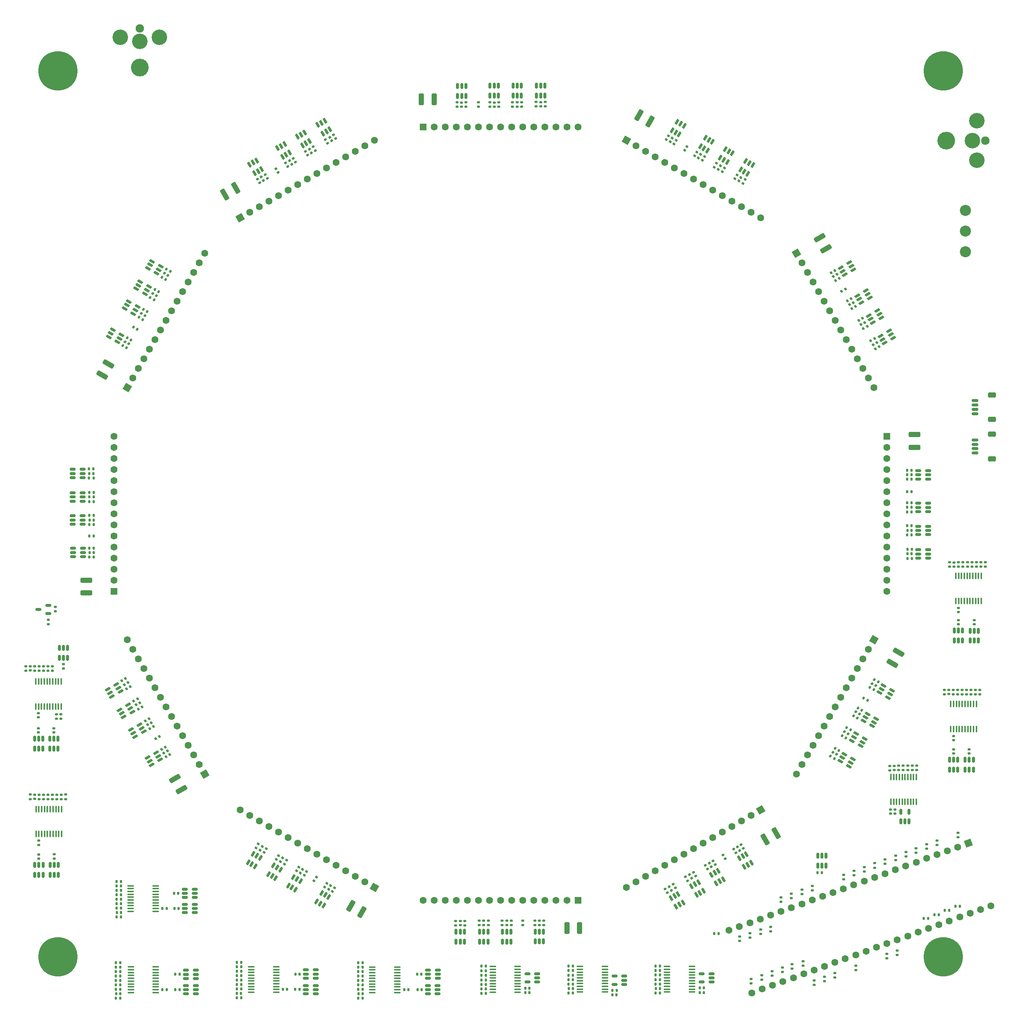
<source format=gts>
%TF.GenerationSoftware,KiCad,Pcbnew,8.0.6-8.0.6-0~ubuntu22.04.1*%
%TF.CreationDate,2024-12-20T08:13:23-08:00*%
%TF.ProjectId,teensy_arena_12-12,7465656e-7379-45f6-9172-656e615f3132,rev?*%
%TF.SameCoordinates,Original*%
%TF.FileFunction,Soldermask,Top*%
%TF.FilePolarity,Negative*%
%FSLAX46Y46*%
G04 Gerber Fmt 4.6, Leading zero omitted, Abs format (unit mm)*
G04 Created by KiCad (PCBNEW 8.0.6-8.0.6-0~ubuntu22.04.1) date 2024-12-20 08:13:23*
%MOMM*%
%LPD*%
G01*
G04 APERTURE LIST*
G04 Aperture macros list*
%AMRoundRect*
0 Rectangle with rounded corners*
0 $1 Rounding radius*
0 $2 $3 $4 $5 $6 $7 $8 $9 X,Y pos of 4 corners*
0 Add a 4 corners polygon primitive as box body*
4,1,4,$2,$3,$4,$5,$6,$7,$8,$9,$2,$3,0*
0 Add four circle primitives for the rounded corners*
1,1,$1+$1,$2,$3*
1,1,$1+$1,$4,$5*
1,1,$1+$1,$6,$7*
1,1,$1+$1,$8,$9*
0 Add four rect primitives between the rounded corners*
20,1,$1+$1,$2,$3,$4,$5,0*
20,1,$1+$1,$4,$5,$6,$7,0*
20,1,$1+$1,$6,$7,$8,$9,0*
20,1,$1+$1,$8,$9,$2,$3,0*%
%AMRotRect*
0 Rectangle, with rotation*
0 The origin of the aperture is its center*
0 $1 length*
0 $2 width*
0 $3 Rotation angle, in degrees counterclockwise*
0 Add horizontal line*
21,1,$1,$2,0,0,$3*%
G04 Aperture macros list end*
%ADD10RoundRect,0.135000X-0.209413X-0.092715X0.024413X-0.227715X0.209413X0.092715X-0.024413X0.227715X0*%
%ADD11RoundRect,0.135000X-0.135000X-0.185000X0.135000X-0.185000X0.135000X0.185000X-0.135000X0.185000X0*%
%ADD12RoundRect,0.135000X-0.185000X0.135000X-0.185000X-0.135000X0.185000X-0.135000X0.185000X0.135000X0*%
%ADD13RoundRect,0.140000X0.170000X-0.140000X0.170000X0.140000X-0.170000X0.140000X-0.170000X-0.140000X0*%
%ADD14RoundRect,0.150000X0.512500X0.150000X-0.512500X0.150000X-0.512500X-0.150000X0.512500X-0.150000X0*%
%ADD15RoundRect,0.150000X-0.512500X-0.150000X0.512500X-0.150000X0.512500X0.150000X-0.512500X0.150000X0*%
%ADD16RoundRect,0.135000X0.209413X0.092715X-0.024413X0.227715X-0.209413X-0.092715X0.024413X-0.227715X0*%
%ADD17RoundRect,0.140000X-0.206244X-0.077224X0.036244X-0.217224X0.206244X0.077224X-0.036244X0.217224X0*%
%ADD18RoundRect,0.135000X0.135000X0.185000X-0.135000X0.185000X-0.135000X-0.185000X0.135000X-0.185000X0*%
%ADD19RoundRect,0.150000X0.150000X-0.512500X0.150000X0.512500X-0.150000X0.512500X-0.150000X-0.512500X0*%
%ADD20RoundRect,0.135000X-0.227715X0.024413X-0.092715X-0.209413X0.227715X-0.024413X0.092715X0.209413X0*%
%ADD21RoundRect,0.150000X0.126346X0.518838X-0.386154X-0.368838X-0.126346X-0.518838X0.386154X0.368838X0*%
%ADD22RoundRect,0.140000X0.140000X0.170000X-0.140000X0.170000X-0.140000X-0.170000X0.140000X-0.170000X0*%
%ADD23RoundRect,0.140000X0.206244X0.077224X-0.036244X0.217224X-0.206244X-0.077224X0.036244X-0.217224X0*%
%ADD24RoundRect,0.135000X0.092715X-0.209413X0.227715X0.024413X-0.092715X0.209413X-0.227715X-0.024413X0*%
%ADD25RoundRect,0.135000X0.185000X-0.135000X0.185000X0.135000X-0.185000X0.135000X-0.185000X-0.135000X0*%
%ADD26RoundRect,0.150000X-0.150000X0.512500X-0.150000X-0.512500X0.150000X-0.512500X0.150000X0.512500X0*%
%ADD27RoundRect,0.250000X-0.831458X-0.790128X-0.268542X-1.115128X0.831458X0.790128X0.268542X1.115128X0*%
%ADD28RoundRect,0.135000X-0.024413X-0.227715X0.209413X-0.092715X0.024413X0.227715X-0.209413X0.092715X0*%
%ADD29C,9.000000*%
%ADD30RoundRect,0.135000X0.024413X0.227715X-0.209413X0.092715X-0.024413X-0.227715X0.209413X-0.092715X0*%
%ADD31RoundRect,0.140000X-0.170000X0.140000X-0.170000X-0.140000X0.170000X-0.140000X0.170000X0.140000X0*%
%ADD32C,3.556000*%
%ADD33C,1.930400*%
%ADD34C,4.064000*%
%ADD35R,1.600000X1.600000*%
%ADD36C,1.600000*%
%ADD37RoundRect,0.140000X-0.140000X-0.170000X0.140000X-0.170000X0.140000X0.170000X-0.140000X0.170000X0*%
%ADD38RoundRect,0.100000X0.637500X0.100000X-0.637500X0.100000X-0.637500X-0.100000X0.637500X-0.100000X0*%
%ADD39RoundRect,0.150000X0.386154X-0.368838X-0.126346X0.518838X-0.386154X0.368838X0.126346X-0.518838X0*%
%ADD40RotRect,1.600000X1.600000X240.000000*%
%ADD41RoundRect,0.140000X-0.036244X-0.217224X0.206244X-0.077224X0.036244X0.217224X-0.206244X0.077224X0*%
%ADD42RoundRect,0.135000X0.227715X-0.024413X0.092715X0.209413X-0.227715X0.024413X-0.092715X-0.209413X0*%
%ADD43RoundRect,0.135000X-0.092715X0.209413X-0.227715X-0.024413X0.092715X-0.209413X0.227715X0.024413X0*%
%ADD44RoundRect,0.250000X-0.325000X-1.100000X0.325000X-1.100000X0.325000X1.100000X-0.325000X1.100000X0*%
%ADD45RoundRect,0.250000X-0.790128X0.831458X-1.115128X0.268542X0.790128X-0.831458X1.115128X-0.268542X0*%
%ADD46RoundRect,0.150000X-0.126346X-0.518838X0.386154X0.368838X0.126346X0.518838X-0.386154X-0.368838X0*%
%ADD47C,2.540000*%
%ADD48RoundRect,0.150000X-0.518838X0.126346X0.368838X-0.386154X0.518838X-0.126346X-0.368838X0.386154X0*%
%ADD49RoundRect,0.150000X-0.386154X0.368838X0.126346X-0.518838X0.386154X-0.368838X-0.126346X0.518838X0*%
%ADD50RoundRect,0.250000X1.115128X0.268542X0.790128X0.831458X-1.115128X-0.268542X-0.790128X-0.831458X0*%
%ADD51RotRect,1.600000X1.600000X150.000000*%
%ADD52RotRect,1.600000X1.600000X210.000000*%
%ADD53RoundRect,0.140000X-0.077224X0.206244X-0.217224X-0.036244X0.077224X-0.206244X0.217224X0.036244X0*%
%ADD54RoundRect,0.140000X0.036244X0.217224X-0.206244X0.077224X-0.036244X-0.217224X0.206244X-0.077224X0*%
%ADD55RoundRect,0.150000X0.625000X-0.150000X0.625000X0.150000X-0.625000X0.150000X-0.625000X-0.150000X0*%
%ADD56RoundRect,0.250000X0.650000X-0.350000X0.650000X0.350000X-0.650000X0.350000X-0.650000X-0.350000X0*%
%ADD57RoundRect,0.140000X-0.217224X0.036244X-0.077224X-0.206244X0.217224X-0.036244X0.077224X0.206244X0*%
%ADD58RoundRect,0.140000X0.217224X-0.036244X0.077224X0.206244X-0.217224X0.036244X-0.077224X-0.206244X0*%
%ADD59RoundRect,0.150000X0.518838X-0.126346X-0.368838X0.386154X-0.518838X0.126346X0.368838X-0.386154X0*%
%ADD60RoundRect,0.140000X0.077224X-0.206244X0.217224X0.036244X-0.077224X0.206244X-0.217224X-0.036244X0*%
%ADD61RoundRect,0.150000X0.368838X0.386154X-0.518838X-0.126346X-0.368838X-0.386154X0.518838X0.126346X0*%
%ADD62RoundRect,0.250000X0.268542X-1.115128X0.831458X-0.790128X-0.268542X1.115128X-0.831458X0.790128X0*%
%ADD63RotRect,1.600000X1.600000X30.000000*%
%ADD64RoundRect,0.150000X-0.368838X-0.386154X0.518838X0.126346X0.368838X0.386154X-0.518838X-0.126346X0*%
%ADD65RoundRect,0.250000X-0.268542X1.115128X-0.831458X0.790128X0.268542X-1.115128X0.831458X-0.790128X0*%
%ADD66RoundRect,0.100000X0.100000X-0.637500X0.100000X0.637500X-0.100000X0.637500X-0.100000X-0.637500X0*%
%ADD67RoundRect,0.250000X-1.100000X0.325000X-1.100000X-0.325000X1.100000X-0.325000X1.100000X0.325000X0*%
%ADD68RoundRect,0.250000X-1.115128X-0.268542X-0.790128X-0.831458X1.115128X0.268542X0.790128X0.831458X0*%
%ADD69RotRect,1.600000X1.600000X200.000000*%
%ADD70RotRect,1.600000X1.600000X60.000000*%
%ADD71RotRect,1.600000X1.600000X120.000000*%
%ADD72RoundRect,0.250000X0.790128X-0.831458X1.115128X-0.268542X-0.790128X0.831458X-1.115128X0.268542X0*%
%ADD73RotRect,1.600000X1.600000X300.000000*%
%ADD74RoundRect,0.250000X0.325000X1.100000X-0.325000X1.100000X-0.325000X-1.100000X0.325000X-1.100000X0*%
%ADD75RoundRect,0.250000X0.831458X0.790128X0.268542X1.115128X-0.831458X-0.790128X-0.268542X-1.115128X0*%
%ADD76RoundRect,0.250000X1.100000X-0.325000X1.100000X0.325000X-1.100000X0.325000X-1.100000X-0.325000X0*%
%ADD77RotRect,1.600000X1.600000X330.000000*%
G04 APERTURE END LIST*
D10*
%TO.C,R215*%
X263608427Y-215879500D03*
X264491773Y-216389500D03*
%TD*%
D11*
%TO.C,R62*%
X173408400Y-281575000D03*
X174428400Y-281575000D03*
%TD*%
D12*
%TO.C,R48*%
X271272000Y-235608400D03*
X271272000Y-236628400D03*
%TD*%
D13*
%TO.C,C30*%
X282935600Y-203155000D03*
X282935600Y-202195000D03*
%TD*%
D14*
%TO.C,U36*%
X275920200Y-169849800D03*
X275920200Y-168899800D03*
X275920200Y-167949800D03*
X273645200Y-167949800D03*
X273645200Y-168899800D03*
X273645200Y-169849800D03*
%TD*%
D12*
%TO.C,R75*%
X284748800Y-218182900D03*
X284748800Y-219202900D03*
%TD*%
D15*
%TO.C,U60*%
X79679800Y-185750200D03*
X79679800Y-186700200D03*
X79679800Y-187650200D03*
X81954800Y-187650200D03*
X81954800Y-186700200D03*
X81954800Y-185750200D03*
%TD*%
D12*
%TO.C,R201*%
X180263800Y-271145000D03*
X180263800Y-272165000D03*
%TD*%
D16*
%TO.C,R173*%
X100993573Y-124041000D03*
X100110227Y-123531000D03*
%TD*%
D14*
%TO.C,Q1*%
X74026000Y-200717000D03*
X74026000Y-198817000D03*
X71751000Y-199767000D03*
%TD*%
D17*
%TO.C,C67*%
X91657808Y-138360400D03*
X92489192Y-138840400D03*
%TD*%
D18*
%TO.C,R177*%
X84455000Y-180263800D03*
X83435000Y-180263800D03*
%TD*%
D10*
%TO.C,R222*%
X253561627Y-233419400D03*
X254444973Y-233929400D03*
%TD*%
D17*
%TO.C,C69*%
X98017208Y-127308600D03*
X98848592Y-127788600D03*
%TD*%
D19*
%TO.C,U33*%
X70860800Y-231672100D03*
X71810800Y-231672100D03*
X72760800Y-231672100D03*
X72760800Y-229397100D03*
X71810800Y-229397100D03*
X70860800Y-229397100D03*
%TD*%
D20*
%TO.C,R214*%
X215601800Y-263848627D03*
X216111800Y-264731973D03*
%TD*%
D21*
%TO.C,U45*%
X226472474Y-92521696D03*
X225649750Y-92046696D03*
X224827026Y-91571696D03*
X223689526Y-93541904D03*
X224512250Y-94016904D03*
X225334974Y-94491904D03*
%TD*%
D19*
%TO.C,U20*%
X285577200Y-206908400D03*
X286527200Y-206908400D03*
X287477200Y-206908400D03*
X287477200Y-204633400D03*
X286527200Y-204633400D03*
X285577200Y-204633400D03*
%TD*%
D22*
%TO.C,C48*%
X272114200Y-176352200D03*
X271154200Y-176352200D03*
%TD*%
D14*
%TO.C,U28*%
X135432800Y-284327600D03*
X135432800Y-283377600D03*
X135432800Y-282427600D03*
X133157800Y-282427600D03*
X133157800Y-283377600D03*
X133157800Y-284327600D03*
%TD*%
D23*
%TO.C,C91*%
X263942192Y-217239600D03*
X263110808Y-216759600D03*
%TD*%
D24*
%TO.C,R147*%
X226882900Y-98323173D03*
X227392900Y-97439827D03*
%TD*%
D25*
%TO.C,R10*%
X275615400Y-254660400D03*
X275615400Y-253640400D03*
%TD*%
D13*
%TO.C,C5*%
X268173200Y-236625800D03*
X268173200Y-235665800D03*
%TD*%
D20*
%TO.C,R212*%
X220261800Y-261099527D03*
X220771800Y-261982873D03*
%TD*%
D12*
%TO.C,R203*%
X175031400Y-271170400D03*
X175031400Y-272190400D03*
%TD*%
D26*
%TO.C,U2*%
X252547200Y-256260400D03*
X251597200Y-256260400D03*
X250647200Y-256260400D03*
X250647200Y-258535400D03*
X251597200Y-258535400D03*
X252547200Y-258535400D03*
%TD*%
D27*
%TO.C,C97*%
X209581313Y-86383100D03*
X212136087Y-87858100D03*
%TD*%
D16*
%TO.C,R168*%
X93007573Y-137960800D03*
X92124227Y-137450800D03*
%TD*%
D28*
%TO.C,R139*%
X260045427Y-133512500D03*
X260928773Y-133002500D03*
%TD*%
D11*
%TO.C,R91*%
X145170600Y-283819600D03*
X146190600Y-283819600D03*
%TD*%
D12*
%TO.C,R86*%
X78003400Y-242222000D03*
X78003400Y-243242000D03*
%TD*%
D29*
%TO.C,H1*%
X76200000Y-76200000D03*
%TD*%
D28*
%TO.C,R135*%
X253682027Y-122527500D03*
X254565373Y-122017500D03*
%TD*%
D30*
%TO.C,R189*%
X92840173Y-217436800D03*
X91956827Y-217946800D03*
%TD*%
D10*
%TO.C,R234*%
X261153727Y-220058400D03*
X262037073Y-220568400D03*
%TD*%
D31*
%TO.C,C61*%
X181635400Y-83460400D03*
X181635400Y-84420400D03*
%TD*%
D18*
%TO.C,R181*%
X84404200Y-169646600D03*
X83384200Y-169646600D03*
%TD*%
D32*
%TO.C,J4*%
X90504200Y-68506600D03*
D33*
X95000000Y-66500000D03*
D32*
X99495800Y-68506600D03*
D34*
X95000000Y-75491600D03*
D32*
X95000000Y-69497200D03*
%TD*%
D35*
%TO.C,P10*%
X195580000Y-266474000D03*
D36*
X193040000Y-266474000D03*
X190500000Y-266474000D03*
X187960000Y-266474000D03*
X185420000Y-266474000D03*
X182880000Y-266474000D03*
X180340000Y-266474000D03*
X177800000Y-266474000D03*
X175260000Y-266474000D03*
X172720000Y-266474000D03*
X170180000Y-266474000D03*
X167640000Y-266474000D03*
X165100000Y-266474000D03*
X162560000Y-266474000D03*
X160020000Y-266474000D03*
%TD*%
D37*
%TO.C,C26*%
X223514000Y-286588200D03*
X224474000Y-286588200D03*
%TD*%
D26*
%TO.C,U48*%
X169849800Y-79679800D03*
X168899800Y-79679800D03*
X167949800Y-79679800D03*
X167949800Y-81954800D03*
X168899800Y-81954800D03*
X169849800Y-81954800D03*
%TD*%
D38*
%TO.C,U13*%
X98677200Y-269005600D03*
X98677200Y-268355600D03*
X98677200Y-267705600D03*
X98677200Y-267055600D03*
X98677200Y-266405600D03*
X98677200Y-265755600D03*
X98677200Y-265105600D03*
X98677200Y-264455600D03*
X98677200Y-263805600D03*
X98677200Y-263155600D03*
X92952200Y-263155600D03*
X92952200Y-263805600D03*
X92952200Y-264455600D03*
X92952200Y-265105600D03*
X92952200Y-265755600D03*
X92952200Y-266405600D03*
X92952200Y-267055600D03*
X92952200Y-267705600D03*
X92952200Y-268355600D03*
X92952200Y-269005600D03*
%TD*%
D14*
%TO.C,U38*%
X275989400Y-182575200D03*
X275989400Y-181625200D03*
X275989400Y-180675200D03*
X273714400Y-180675200D03*
X273714400Y-181625200D03*
X273714400Y-182575200D03*
%TD*%
D39*
%TO.C,U79*%
X218078226Y-267924704D03*
X218900950Y-267449704D03*
X219723674Y-266974704D03*
X218586174Y-265004496D03*
X217763450Y-265479496D03*
X216940726Y-265954496D03*
%TD*%
D28*
%TO.C,R141*%
X262759827Y-138163200D03*
X263643173Y-137653200D03*
%TD*%
D22*
%TO.C,C19*%
X118268200Y-287812400D03*
X117308200Y-287812400D03*
%TD*%
D40*
%TO.C,P12*%
X263484000Y-206739068D03*
D36*
X262214000Y-208938773D03*
X260944000Y-211138477D03*
X259674000Y-213338182D03*
X258404000Y-215537886D03*
X257134000Y-217737591D03*
X255864000Y-219937295D03*
X254594000Y-222137000D03*
X253324000Y-224336705D03*
X252054000Y-226536409D03*
X250784000Y-228736114D03*
X249514000Y-230935818D03*
X248244000Y-233135523D03*
X246974000Y-235335227D03*
X245704000Y-237534932D03*
%TD*%
D25*
%TO.C,R151*%
X167873600Y-84448000D03*
X167873600Y-83428000D03*
%TD*%
D22*
%TO.C,C39*%
X131679400Y-283392800D03*
X130719400Y-283392800D03*
%TD*%
D25*
%TO.C,R9*%
X278003000Y-253796800D03*
X278003000Y-252776800D03*
%TD*%
%TO.C,R226*%
X172720000Y-84484400D03*
X172720000Y-83464400D03*
%TD*%
D12*
%TO.C,R74*%
X283732800Y-218184900D03*
X283732800Y-219204900D03*
%TD*%
D15*
%TO.C,U62*%
X79610600Y-173024800D03*
X79610600Y-173974800D03*
X79610600Y-174924800D03*
X81885600Y-174924800D03*
X81885600Y-173974800D03*
X81885600Y-173024800D03*
%TD*%
D35*
%TO.C,P7*%
X89126000Y-195580000D03*
D36*
X89126000Y-193040000D03*
X89126000Y-190500000D03*
X89126000Y-187960000D03*
X89126000Y-185420000D03*
X89126000Y-182880000D03*
X89126000Y-180340000D03*
X89126000Y-177800000D03*
X89126000Y-175260000D03*
X89126000Y-172720000D03*
X89126000Y-170180000D03*
X89126000Y-167640000D03*
X89126000Y-165100000D03*
X89126000Y-162560000D03*
X89126000Y-160020000D03*
%TD*%
D12*
%TO.C,R68*%
X288066400Y-188931000D03*
X288066400Y-189951000D03*
%TD*%
D22*
%TO.C,C40*%
X104149200Y-286985400D03*
X103189200Y-286985400D03*
%TD*%
D11*
%TO.C,R44*%
X213404800Y-281533600D03*
X214424800Y-281533600D03*
%TD*%
D41*
%TO.C,C76*%
X96845408Y-226210900D03*
X97676792Y-225730900D03*
%TD*%
D37*
%TO.C,C73*%
X83460400Y-173964600D03*
X84420400Y-173964600D03*
%TD*%
D12*
%TO.C,R206*%
X167513000Y-271221200D03*
X167513000Y-272241200D03*
%TD*%
D42*
%TO.C,R163*%
X133512500Y-95554573D03*
X133002500Y-94671227D03*
%TD*%
D43*
%TO.C,R231*%
X135541600Y-261153727D03*
X135031600Y-262037073D03*
%TD*%
D25*
%TO.C,R8*%
X282778200Y-252044200D03*
X282778200Y-251024200D03*
%TD*%
D12*
%TO.C,R82*%
X73939400Y-242226000D03*
X73939400Y-243246000D03*
%TD*%
D43*
%TO.C,R194*%
X131479500Y-258842327D03*
X130969500Y-259725673D03*
%TD*%
D12*
%TO.C,R124*%
X74980800Y-212776400D03*
X74980800Y-213796400D03*
%TD*%
D37*
%TO.C,C2*%
X223539400Y-287629600D03*
X224499400Y-287629600D03*
%TD*%
D12*
%TO.C,R70*%
X289082400Y-188931000D03*
X289082400Y-189951000D03*
%TD*%
D44*
%TO.C,C98*%
X159615000Y-82740000D03*
X162565000Y-82740000D03*
%TD*%
D14*
%TO.C,U37*%
X275989400Y-177312400D03*
X275989400Y-176362400D03*
X275989400Y-175412400D03*
X273714400Y-175412400D03*
X273714400Y-176362400D03*
X273714400Y-177312400D03*
%TD*%
D15*
%TO.C,U63*%
X79610600Y-167619600D03*
X79610600Y-168569600D03*
X79610600Y-169519600D03*
X81885600Y-169519600D03*
X81885600Y-168569600D03*
X81885600Y-167619600D03*
%TD*%
D20*
%TO.C,R233*%
X228857200Y-256073727D03*
X229367200Y-256957073D03*
%TD*%
D45*
%TO.C,C106*%
X269216900Y-209581313D03*
X267741900Y-212136087D03*
%TD*%
D11*
%TO.C,R42*%
X213408800Y-283616400D03*
X214428800Y-283616400D03*
%TD*%
D26*
%TO.C,U49*%
X177312400Y-79610600D03*
X176362400Y-79610600D03*
X175412400Y-79610600D03*
X175412400Y-81885600D03*
X176362400Y-81885600D03*
X177312400Y-81885600D03*
%TD*%
D14*
%TO.C,U26*%
X163390600Y-287929400D03*
X163390600Y-286979400D03*
X163390600Y-286029400D03*
X161115600Y-286029400D03*
X161115600Y-286979400D03*
X161115600Y-287929400D03*
%TD*%
D25*
%TO.C,R152*%
X169905600Y-84448000D03*
X169905600Y-83428000D03*
%TD*%
D23*
%TO.C,C93*%
X257582792Y-228291400D03*
X256751408Y-227811400D03*
%TD*%
D46*
%TO.C,U70*%
X124569826Y-260446904D03*
X125392550Y-260921904D03*
X126215274Y-261396904D03*
X127352774Y-259426696D03*
X126530050Y-258951696D03*
X125707326Y-258476696D03*
%TD*%
D30*
%TO.C,R184*%
X100901973Y-231312700D03*
X100018627Y-231822700D03*
%TD*%
D12*
%TO.C,R50*%
X273354800Y-235608400D03*
X273354800Y-236628400D03*
%TD*%
D47*
%TO.C,SW1*%
X284480000Y-117752500D03*
X284480000Y-113002700D03*
X284480000Y-108252900D03*
%TD*%
D39*
%TO.C,U76*%
X233745126Y-258799504D03*
X234567850Y-258324504D03*
X235390574Y-257849504D03*
X234253074Y-255879296D03*
X233430350Y-256354296D03*
X232607626Y-256829296D03*
%TD*%
D48*
%TO.C,U56*%
X88850296Y-135624926D03*
X88375296Y-136447650D03*
X87900296Y-137270374D03*
X89870504Y-138407874D03*
X90345504Y-137585150D03*
X90820504Y-136762426D03*
%TD*%
D11*
%TO.C,R133*%
X271195800Y-185953400D03*
X272215800Y-185953400D03*
%TD*%
D49*
%TO.C,U53*%
X128282974Y-93009296D03*
X127460250Y-93484296D03*
X126637526Y-93959296D03*
X127775026Y-95929504D03*
X128597750Y-95454504D03*
X129420474Y-94979504D03*
%TD*%
D16*
%TO.C,R171*%
X98323173Y-128717100D03*
X97439827Y-128207100D03*
%TD*%
D11*
%TO.C,R107*%
X89527400Y-283852000D03*
X90547400Y-283852000D03*
%TD*%
D10*
%TO.C,R216*%
X262592427Y-217639200D03*
X263475773Y-218149200D03*
%TD*%
D11*
%TO.C,R127*%
X271152000Y-167873600D03*
X272172000Y-167873600D03*
%TD*%
D42*
%TO.C,R161*%
X128993800Y-98192773D03*
X128483800Y-97309427D03*
%TD*%
D28*
%TO.C,R136*%
X254698027Y-124287300D03*
X255581373Y-123777300D03*
%TD*%
D38*
%TO.C,U6*%
X181751700Y-287528000D03*
X181751700Y-286878000D03*
X181751700Y-286228000D03*
X181751700Y-285578000D03*
X181751700Y-284928000D03*
X181751700Y-284278000D03*
X181751700Y-283628000D03*
X181751700Y-282978000D03*
X181751700Y-282328000D03*
X181751700Y-281678000D03*
X176026700Y-281678000D03*
X176026700Y-282328000D03*
X176026700Y-282978000D03*
X176026700Y-283628000D03*
X176026700Y-284278000D03*
X176026700Y-284928000D03*
X176026700Y-285578000D03*
X176026700Y-286228000D03*
X176026700Y-286878000D03*
X176026700Y-287528000D03*
%TD*%
D12*
%TO.C,R80*%
X71907400Y-242226000D03*
X71907400Y-243246000D03*
%TD*%
D43*
%TO.C,R193*%
X133261200Y-259871027D03*
X132751200Y-260754373D03*
%TD*%
D31*
%TO.C,C60*%
X176352200Y-83485800D03*
X176352200Y-84445800D03*
%TD*%
D18*
%TO.C,R179*%
X84429600Y-175031400D03*
X83409600Y-175031400D03*
%TD*%
D11*
%TO.C,R43*%
X213406800Y-282575000D03*
X214426800Y-282575000D03*
%TD*%
D38*
%TO.C,U10*%
X154100000Y-287629600D03*
X154100000Y-286979600D03*
X154100000Y-286329600D03*
X154100000Y-285679600D03*
X154100000Y-285029600D03*
X154100000Y-284379600D03*
X154100000Y-283729600D03*
X154100000Y-283079600D03*
X154100000Y-282429600D03*
X154100000Y-281779600D03*
X148375000Y-281779600D03*
X148375000Y-282429600D03*
X148375000Y-283079600D03*
X148375000Y-283729600D03*
X148375000Y-284379600D03*
X148375000Y-285029600D03*
X148375000Y-285679600D03*
X148375000Y-286329600D03*
X148375000Y-286979600D03*
X148375000Y-287629600D03*
%TD*%
D24*
%TO.C,R144*%
X217639200Y-93007573D03*
X218149200Y-92124227D03*
%TD*%
D22*
%TO.C,C50*%
X272190400Y-187020200D03*
X271230400Y-187020200D03*
%TD*%
D42*
%TO.C,R160*%
X124287300Y-100901973D03*
X123777300Y-100018627D03*
%TD*%
D30*
%TO.C,R230*%
X99526273Y-228857200D03*
X98642927Y-229367200D03*
%TD*%
D43*
%TO.C,R191*%
X139720500Y-263608427D03*
X139210500Y-264491773D03*
%TD*%
D13*
%TO.C,C25*%
X69850000Y-213764400D03*
X69850000Y-212804400D03*
%TD*%
D20*
%TO.C,R211*%
X222087500Y-260045427D03*
X222597500Y-260928773D03*
%TD*%
D11*
%TO.C,R90*%
X145172600Y-284835600D03*
X146192600Y-284835600D03*
%TD*%
D13*
%TO.C,C15*%
X70891400Y-243236800D03*
X70891400Y-242276800D03*
%TD*%
D50*
%TO.C,C102*%
X104568100Y-241078687D03*
X103093100Y-238523913D03*
%TD*%
D51*
%TO.C,P9*%
X148860932Y-263484000D03*
D36*
X146661227Y-262214000D03*
X144461523Y-260944000D03*
X142261818Y-259674000D03*
X140062114Y-258404000D03*
X137862409Y-257134000D03*
X135662705Y-255864000D03*
X133463000Y-254594000D03*
X131263295Y-253324000D03*
X129063591Y-252054000D03*
X126863886Y-250784000D03*
X124664182Y-249514000D03*
X122464477Y-248244000D03*
X120264773Y-246974000D03*
X118065068Y-245704000D03*
%TD*%
D24*
%TO.C,R143*%
X215879500Y-91991573D03*
X216389500Y-91108227D03*
%TD*%
D11*
%TO.C,R92*%
X145170600Y-282803600D03*
X146190600Y-282803600D03*
%TD*%
D25*
%TO.C,R36*%
X242544600Y-282934600D03*
X242544600Y-281914600D03*
%TD*%
D31*
%TO.C,C46*%
X77500400Y-212326400D03*
X77500400Y-213286400D03*
%TD*%
D12*
%TO.C,R200*%
X185694400Y-271152000D03*
X185694400Y-272172000D03*
%TD*%
D11*
%TO.C,R56*%
X193437400Y-281567400D03*
X194457400Y-281567400D03*
%TD*%
D52*
%TO.C,P11*%
X237534932Y-245704000D03*
D36*
X235335227Y-246974000D03*
X233135523Y-248244000D03*
X230935818Y-249514000D03*
X228736114Y-250784000D03*
X226536409Y-252054000D03*
X224336705Y-253324000D03*
X222137000Y-254594000D03*
X219937295Y-255864000D03*
X217737591Y-257134000D03*
X215537886Y-258404000D03*
X213338182Y-259674000D03*
X211138477Y-260944000D03*
X208938773Y-262214000D03*
X206739068Y-263484000D03*
%TD*%
D53*
%TO.C,C57*%
X228291400Y-98017208D03*
X227811400Y-98848592D03*
%TD*%
D13*
%TO.C,C84*%
X179247800Y-272114200D03*
X179247800Y-271154200D03*
%TD*%
D12*
%TO.C,R123*%
X73964800Y-212776400D03*
X73964800Y-213796400D03*
%TD*%
%TO.C,R29*%
X268859000Y-278003000D03*
X268859000Y-279023000D03*
%TD*%
D54*
%TO.C,C54*%
X264154592Y-138589700D03*
X263323208Y-139069700D03*
%TD*%
D43*
%TO.C,R197*%
X124041000Y-254606427D03*
X123531000Y-255489773D03*
%TD*%
D28*
%TO.C,R140*%
X261099527Y-135338200D03*
X261982873Y-134828200D03*
%TD*%
D55*
%TO.C,J3*%
X286701000Y-154879000D03*
X286701000Y-153879000D03*
X286701000Y-152879000D03*
X286701000Y-151879000D03*
D56*
X290576000Y-156179000D03*
X290576000Y-150579000D03*
%TD*%
D11*
%TO.C,R110*%
X89527400Y-280804000D03*
X90547400Y-280804000D03*
%TD*%
%TO.C,R132*%
X271170400Y-182676800D03*
X272190400Y-182676800D03*
%TD*%
D12*
%TO.C,R49*%
X272313400Y-235608400D03*
X272313400Y-236628400D03*
%TD*%
%TO.C,R77*%
X286780800Y-218186900D03*
X286780800Y-219206900D03*
%TD*%
D57*
%TO.C,C64*%
X129389100Y-96845408D03*
X129869100Y-97676792D03*
%TD*%
D23*
%TO.C,C94*%
X254934392Y-232980100D03*
X254103008Y-232500100D03*
%TD*%
D22*
%TO.C,C47*%
X272121200Y-168884600D03*
X271161200Y-168884600D03*
%TD*%
D13*
%TO.C,C34*%
X71856600Y-256903200D03*
X71856600Y-255943200D03*
%TD*%
D24*
%TO.C,R145*%
X222338800Y-95728973D03*
X222848800Y-94845627D03*
%TD*%
D46*
%TO.C,U69*%
X129127526Y-263078304D03*
X129950250Y-263553304D03*
X130772974Y-264028304D03*
X131910474Y-262058096D03*
X131087750Y-261583096D03*
X130265026Y-261108096D03*
%TD*%
D38*
%TO.C,U3*%
X221761400Y-287506000D03*
X221761400Y-286856000D03*
X221761400Y-286206000D03*
X221761400Y-285556000D03*
X221761400Y-284906000D03*
X221761400Y-284256000D03*
X221761400Y-283606000D03*
X221761400Y-282956000D03*
X221761400Y-282306000D03*
X221761400Y-281656000D03*
X216036400Y-281656000D03*
X216036400Y-282306000D03*
X216036400Y-282956000D03*
X216036400Y-283606000D03*
X216036400Y-284256000D03*
X216036400Y-284906000D03*
X216036400Y-285556000D03*
X216036400Y-286206000D03*
X216036400Y-286856000D03*
X216036400Y-287506000D03*
%TD*%
D25*
%TO.C,R155*%
X180568600Y-84429600D03*
X180568600Y-83409600D03*
%TD*%
D10*
%TO.C,R217*%
X259871027Y-222338800D03*
X260754373Y-222848800D03*
%TD*%
D13*
%TO.C,C11*%
X281919600Y-189945800D03*
X281919600Y-188985800D03*
%TD*%
D37*
%TO.C,C18*%
X127851800Y-286898000D03*
X128811800Y-286898000D03*
%TD*%
D20*
%TO.C,R210*%
X224824500Y-258435927D03*
X225334500Y-259319273D03*
%TD*%
D11*
%TO.C,R223*%
X271115600Y-172720000D03*
X272135600Y-172720000D03*
%TD*%
D14*
%TO.C,U29*%
X107899200Y-287934400D03*
X107899200Y-286984400D03*
X107899200Y-286034400D03*
X105624200Y-286034400D03*
X105624200Y-286984400D03*
X105624200Y-287934400D03*
%TD*%
D58*
%TO.C,C89*%
X221648200Y-261418192D03*
X221168200Y-260586808D03*
%TD*%
D11*
%TO.C,R40*%
X213410800Y-285699200D03*
X214430800Y-285699200D03*
%TD*%
D37*
%TO.C,C72*%
X83485800Y-179247800D03*
X84445800Y-179247800D03*
%TD*%
D59*
%TO.C,U80*%
X266749704Y-219975074D03*
X267224704Y-219152350D03*
X267699704Y-218329626D03*
X265729496Y-217192126D03*
X265254496Y-218014850D03*
X264779496Y-218837574D03*
%TD*%
D58*
%TO.C,C88*%
X226210900Y-258754592D03*
X225730900Y-257923208D03*
%TD*%
D37*
%TO.C,C20*%
X100223400Y-286950800D03*
X101183400Y-286950800D03*
%TD*%
D12*
%TO.C,R32*%
X252171200Y-284018800D03*
X252171200Y-285038800D03*
%TD*%
D37*
%TO.C,C29*%
X183494800Y-286604200D03*
X184454800Y-286604200D03*
%TD*%
D12*
%TO.C,R69*%
X280903600Y-188931000D03*
X280903600Y-189951000D03*
%TD*%
D14*
%TO.C,U30*%
X107902600Y-284415000D03*
X107902600Y-283465000D03*
X107902600Y-282515000D03*
X105627600Y-282515000D03*
X105627600Y-283465000D03*
X105627600Y-284415000D03*
%TD*%
D31*
%TO.C,C24*%
X71780400Y-223525200D03*
X71780400Y-224485200D03*
%TD*%
D25*
%TO.C,R15*%
X263677400Y-258990600D03*
X263677400Y-257970600D03*
%TD*%
D12*
%TO.C,R23*%
X232664000Y-274773200D03*
X232664000Y-275793200D03*
%TD*%
D30*
%TO.C,R187*%
X95554573Y-222087500D03*
X94671227Y-222597500D03*
%TD*%
D12*
%TO.C,R4*%
X259334000Y-281428000D03*
X259334000Y-282448000D03*
%TD*%
D11*
%TO.C,R100*%
X117257400Y-282732400D03*
X118277400Y-282732400D03*
%TD*%
D16*
%TO.C,R228*%
X94446273Y-135541600D03*
X93562927Y-135031600D03*
%TD*%
D11*
%TO.C,R108*%
X89527400Y-282836000D03*
X90547400Y-282836000D03*
%TD*%
%TO.C,R95*%
X117253400Y-288828400D03*
X118273400Y-288828400D03*
%TD*%
D12*
%TO.C,R122*%
X72898000Y-212776400D03*
X72898000Y-213796400D03*
%TD*%
D60*
%TO.C,C82*%
X122619900Y-254934392D03*
X123099900Y-254103008D03*
%TD*%
D22*
%TO.C,C21*%
X90538200Y-287916000D03*
X89578200Y-287916000D03*
%TD*%
D28*
%TO.C,R138*%
X258435927Y-130775500D03*
X259319273Y-130265500D03*
%TD*%
D22*
%TO.C,C41*%
X104152600Y-283445600D03*
X103192600Y-283445600D03*
%TD*%
D12*
%TO.C,R84*%
X75971400Y-242226000D03*
X75971400Y-243246000D03*
%TD*%
D57*
%TO.C,C66*%
X138589700Y-91445408D03*
X139069700Y-92276792D03*
%TD*%
D25*
%TO.C,R6*%
X242189000Y-266801600D03*
X242189000Y-265781600D03*
%TD*%
D57*
%TO.C,C63*%
X122918500Y-100573208D03*
X123398500Y-101404592D03*
%TD*%
D18*
%TO.C,R182*%
X84378800Y-167513000D03*
X83358800Y-167513000D03*
%TD*%
D11*
%TO.C,R111*%
X89701000Y-270256000D03*
X90721000Y-270256000D03*
%TD*%
%TO.C,R53*%
X193435400Y-284666200D03*
X194455400Y-284666200D03*
%TD*%
D16*
%TO.C,R169*%
X95728973Y-133261200D03*
X94845627Y-132751200D03*
%TD*%
D42*
%TO.C,R166*%
X139998200Y-91751373D03*
X139488200Y-90868027D03*
%TD*%
D53*
%TO.C,C55*%
X217239600Y-91657808D03*
X216759600Y-92489192D03*
%TD*%
D12*
%TO.C,R63*%
X282935600Y-188933000D03*
X282935600Y-189953000D03*
%TD*%
D28*
%TO.C,R224*%
X256073727Y-126742800D03*
X256957073Y-126232800D03*
%TD*%
D14*
%TO.C,U31*%
X107645200Y-269290800D03*
X107645200Y-268340800D03*
X107645200Y-267390800D03*
X105370200Y-267390800D03*
X105370200Y-268340800D03*
X105370200Y-269290800D03*
%TD*%
D11*
%TO.C,R103*%
X89527400Y-288932000D03*
X90547400Y-288932000D03*
%TD*%
%TO.C,R118*%
X89701000Y-262128000D03*
X90721000Y-262128000D03*
%TD*%
%TO.C,R60*%
X173410400Y-283708600D03*
X174430400Y-283708600D03*
%TD*%
D14*
%TO.C,U25*%
X163398200Y-284388600D03*
X163398200Y-283438600D03*
X163398200Y-282488600D03*
X161123200Y-282488600D03*
X161123200Y-283438600D03*
X161123200Y-284388600D03*
%TD*%
D22*
%TO.C,C37*%
X159716000Y-286994600D03*
X158756000Y-286994600D03*
%TD*%
D11*
%TO.C,R128*%
X271152000Y-169905600D03*
X272172000Y-169905600D03*
%TD*%
D12*
%TO.C,R72*%
X281700800Y-218184900D03*
X281700800Y-219204900D03*
%TD*%
%TO.C,R22*%
X235051600Y-274011200D03*
X235051600Y-275031200D03*
%TD*%
D11*
%TO.C,R97*%
X117257400Y-285780400D03*
X118277400Y-285780400D03*
%TD*%
D17*
%TO.C,C70*%
X100665608Y-122619900D03*
X101496992Y-123099900D03*
%TD*%
D11*
%TO.C,R89*%
X145170600Y-285851600D03*
X146190600Y-285851600D03*
%TD*%
%TO.C,R116*%
X89697000Y-264160000D03*
X90717000Y-264160000D03*
%TD*%
D29*
%TO.C,H3*%
X279400000Y-279400000D03*
%TD*%
D39*
%TO.C,U77*%
X227317026Y-262590704D03*
X228139750Y-262115704D03*
X228962474Y-261640704D03*
X227824974Y-259670496D03*
X227002250Y-260145496D03*
X226179526Y-260620496D03*
%TD*%
D11*
%TO.C,R115*%
X89701000Y-265176000D03*
X90721000Y-265176000D03*
%TD*%
D13*
%TO.C,C83*%
X186715400Y-272121200D03*
X186715400Y-271161200D03*
%TD*%
D25*
%TO.C,R38*%
X235331000Y-285550800D03*
X235331000Y-284530800D03*
%TD*%
D29*
%TO.C,H4*%
X76200000Y-279400000D03*
%TD*%
D13*
%TO.C,C86*%
X168579800Y-272190400D03*
X168579800Y-271230400D03*
%TD*%
D14*
%TO.C,U17*%
X206232000Y-285778800D03*
X206232000Y-284828800D03*
X206232000Y-283878800D03*
X203957000Y-283878800D03*
X203957000Y-285778800D03*
%TD*%
D19*
%TO.C,U16*%
X269697200Y-248399000D03*
X270647200Y-248399000D03*
X271597200Y-248399000D03*
X271597200Y-246124000D03*
X269697200Y-246124000D03*
%TD*%
D22*
%TO.C,C1*%
X251559000Y-260110200D03*
X250599000Y-260110200D03*
%TD*%
D61*
%TO.C,U41*%
X262590704Y-128282974D03*
X262115704Y-127460250D03*
X261640704Y-126637526D03*
X259670496Y-127775026D03*
X260145496Y-128597750D03*
X260620496Y-129420474D03*
%TD*%
D25*
%TO.C,R18*%
X249351800Y-264185400D03*
X249351800Y-263165400D03*
%TD*%
D11*
%TO.C,R88*%
X145170600Y-286867600D03*
X146190600Y-286867600D03*
%TD*%
D14*
%TO.C,U32*%
X107645200Y-265806000D03*
X107645200Y-264856000D03*
X107645200Y-263906000D03*
X105370200Y-263906000D03*
X105370200Y-264856000D03*
X105370200Y-265806000D03*
%TD*%
D25*
%TO.C,R12*%
X270840200Y-256413000D03*
X270840200Y-255393000D03*
%TD*%
D21*
%TO.C,U46*%
X231030174Y-95153096D03*
X230207450Y-94678096D03*
X229384726Y-94203096D03*
X228247226Y-96173304D03*
X229069950Y-96648304D03*
X229892674Y-97123304D03*
%TD*%
D48*
%TO.C,U58*%
X95153096Y-124569826D03*
X94678096Y-125392550D03*
X94203096Y-126215274D03*
X96173304Y-127352774D03*
X96648304Y-126530050D03*
X97123304Y-125707326D03*
%TD*%
D32*
%TO.C,J1*%
X287096200Y-87706200D03*
D33*
X289102800Y-92202000D03*
D32*
X287096200Y-96697800D03*
D34*
X280111200Y-92202000D03*
D32*
X286105600Y-92202000D03*
%TD*%
D18*
%TO.C,R25*%
X283214000Y-267843000D03*
X282194000Y-267843000D03*
%TD*%
D22*
%TO.C,C36*%
X159644800Y-283423400D03*
X158684800Y-283423400D03*
%TD*%
D43*
%TO.C,R196*%
X126891400Y-256222727D03*
X126381400Y-257106073D03*
%TD*%
D12*
%TO.C,R73*%
X282716800Y-218184900D03*
X282716800Y-219204900D03*
%TD*%
D13*
%TO.C,C13*%
X280684800Y-219174900D03*
X280684800Y-218214900D03*
%TD*%
D11*
%TO.C,R58*%
X173404400Y-285791400D03*
X174424400Y-285791400D03*
%TD*%
D22*
%TO.C,C49*%
X272139600Y-181635400D03*
X271179600Y-181635400D03*
%TD*%
D26*
%TO.C,U35*%
X78435200Y-208562000D03*
X77485200Y-208562000D03*
X76535200Y-208562000D03*
X76535200Y-210837000D03*
X77485200Y-210837000D03*
X78435200Y-210837000D03*
%TD*%
D11*
%TO.C,R87*%
X145170600Y-288899600D03*
X146190600Y-288899600D03*
%TD*%
D25*
%TO.C,R126*%
X76911200Y-224818000D03*
X76911200Y-223798000D03*
%TD*%
D24*
%TO.C,R146*%
X224120500Y-96757673D03*
X224630500Y-95874327D03*
%TD*%
D20*
%TO.C,R209*%
X226606200Y-257407227D03*
X227116200Y-258290573D03*
%TD*%
D12*
%TO.C,R71*%
X279668800Y-218184900D03*
X279668800Y-219204900D03*
%TD*%
D15*
%TO.C,U61*%
X79610600Y-178287600D03*
X79610600Y-179237600D03*
X79610600Y-180187600D03*
X81885600Y-180187600D03*
X81885600Y-179237600D03*
X81885600Y-178287600D03*
%TD*%
D62*
%TO.C,C99*%
X114521313Y-104568100D03*
X117076087Y-103093100D03*
%TD*%
D37*
%TO.C,C28*%
X203505000Y-287104600D03*
X204465000Y-287104600D03*
%TD*%
D11*
%TO.C,R104*%
X89527400Y-286900000D03*
X90547400Y-286900000D03*
%TD*%
D63*
%TO.C,P5*%
X118065068Y-109896000D03*
D36*
X120264773Y-108626000D03*
X122464477Y-107356000D03*
X124664182Y-106086000D03*
X126863886Y-104816000D03*
X129063591Y-103546000D03*
X131263295Y-102276000D03*
X133463000Y-101006000D03*
X135662705Y-99736000D03*
X137862409Y-98466000D03*
X140062114Y-97196000D03*
X142261818Y-95926000D03*
X144461523Y-94656000D03*
X146661227Y-93386000D03*
X148860932Y-92116000D03*
%TD*%
D64*
%TO.C,U65*%
X93009296Y-227317026D03*
X93484296Y-228139750D03*
X93959296Y-228962474D03*
X95929504Y-227824974D03*
X95454504Y-227002250D03*
X94979504Y-226179526D03*
%TD*%
D25*
%TO.C,R3*%
X237769400Y-284687200D03*
X237769400Y-283667200D03*
%TD*%
D65*
%TO.C,C105*%
X241078687Y-251031900D03*
X238523913Y-252506900D03*
%TD*%
D37*
%TO.C,C16*%
X155695400Y-286969200D03*
X156655400Y-286969200D03*
%TD*%
D54*
%TO.C,C51*%
X255026792Y-122918400D03*
X254195408Y-123398400D03*
%TD*%
D12*
%TO.C,R45*%
X267131800Y-235633800D03*
X267131800Y-236653800D03*
%TD*%
D19*
%TO.C,U74*%
X173024800Y-275989400D03*
X173974800Y-275989400D03*
X174924800Y-275989400D03*
X174924800Y-273714400D03*
X173974800Y-273714400D03*
X173024800Y-273714400D03*
%TD*%
D37*
%TO.C,C22*%
X100221800Y-268325600D03*
X101181800Y-268325600D03*
%TD*%
D14*
%TO.C,U27*%
X135410700Y-287900800D03*
X135410700Y-286950800D03*
X135410700Y-286000800D03*
X133135700Y-286000800D03*
X133135700Y-286950800D03*
X133135700Y-287900800D03*
%TD*%
D66*
%TO.C,U14*%
X71140800Y-222008600D03*
X71790800Y-222008600D03*
X72440800Y-222008600D03*
X73090800Y-222008600D03*
X73740800Y-222008600D03*
X74390800Y-222008600D03*
X75040800Y-222008600D03*
X75690800Y-222008600D03*
X76340800Y-222008600D03*
X76990800Y-222008600D03*
X76990800Y-216283600D03*
X76340800Y-216283600D03*
X75690800Y-216283600D03*
X75040800Y-216283600D03*
X74390800Y-216283600D03*
X73740800Y-216283600D03*
X73090800Y-216283600D03*
X72440800Y-216283600D03*
X71790800Y-216283600D03*
X71140800Y-216283600D03*
%TD*%
D25*
%TO.C,R158*%
X188087000Y-84378800D03*
X188087000Y-83358800D03*
%TD*%
D30*
%TO.C,R188*%
X94500473Y-220261800D03*
X93617127Y-220771800D03*
%TD*%
D58*
%TO.C,C90*%
X217010300Y-264154592D03*
X216530300Y-263323208D03*
%TD*%
D12*
%TO.C,R21*%
X237490000Y-273147600D03*
X237490000Y-274167600D03*
%TD*%
D41*
%TO.C,C75*%
X100573208Y-232681500D03*
X101404592Y-232201500D03*
%TD*%
D16*
%TO.C,R174*%
X102038373Y-122180600D03*
X101155027Y-121670600D03*
%TD*%
D12*
%TO.C,R199*%
X187726400Y-271152000D03*
X187726400Y-272172000D03*
%TD*%
D54*
%TO.C,C53*%
X261418192Y-133951800D03*
X260586808Y-134431800D03*
%TD*%
D19*
%TO.C,U24*%
X74447400Y-260604000D03*
X75397400Y-260604000D03*
X76347400Y-260604000D03*
X76347400Y-258329000D03*
X75397400Y-258329000D03*
X74447400Y-258329000D03*
%TD*%
D35*
%TO.C,P4*%
X160020000Y-89126000D03*
D36*
X162560000Y-89126000D03*
X165100000Y-89126000D03*
X167640000Y-89126000D03*
X170180000Y-89126000D03*
X172720000Y-89126000D03*
X175260000Y-89126000D03*
X177800000Y-89126000D03*
X180340000Y-89126000D03*
X182880000Y-89126000D03*
X185420000Y-89126000D03*
X187960000Y-89126000D03*
X190500000Y-89126000D03*
X193040000Y-89126000D03*
X195580000Y-89126000D03*
%TD*%
D12*
%TO.C,R1*%
X73990200Y-202103800D03*
X73990200Y-203123800D03*
%TD*%
D43*
%TO.C,R195*%
X128717100Y-257276827D03*
X128207100Y-258160173D03*
%TD*%
D13*
%TO.C,C45*%
X75285600Y-227962400D03*
X75285600Y-227002400D03*
%TD*%
D18*
%TO.C,R28*%
X275996400Y-270611600D03*
X274976400Y-270611600D03*
%TD*%
D11*
%TO.C,R51*%
X193439400Y-287714200D03*
X194459400Y-287714200D03*
%TD*%
D13*
%TO.C,C85*%
X173964600Y-272139600D03*
X173964600Y-271179600D03*
%TD*%
D18*
%TO.C,R175*%
X84448000Y-187726400D03*
X83428000Y-187726400D03*
%TD*%
D12*
%TO.C,R205*%
X169646600Y-271195800D03*
X169646600Y-272215800D03*
%TD*%
%TO.C,R64*%
X283951600Y-188933000D03*
X283951600Y-189953000D03*
%TD*%
D31*
%TO.C,C4*%
X267284200Y-245616000D03*
X267284200Y-246576000D03*
%TD*%
D12*
%TO.C,R79*%
X69875400Y-242224000D03*
X69875400Y-243244000D03*
%TD*%
%TO.C,R47*%
X270230600Y-235612400D03*
X270230600Y-236632400D03*
%TD*%
D10*
%TO.C,R221*%
X254606427Y-231559000D03*
X255489773Y-232069000D03*
%TD*%
D59*
%TO.C,U81*%
X263078304Y-226472474D03*
X263553304Y-225649750D03*
X264028304Y-224827026D03*
X262058096Y-223689526D03*
X261583096Y-224512250D03*
X261108096Y-225334974D03*
%TD*%
D16*
%TO.C,R167*%
X91991573Y-139720500D03*
X91108227Y-139210500D03*
%TD*%
D31*
%TO.C,C14*%
X71856600Y-252793600D03*
X71856600Y-253753600D03*
%TD*%
D48*
%TO.C,U57*%
X92521696Y-129127526D03*
X92046696Y-129950250D03*
X91571696Y-130772974D03*
X93541904Y-131910474D03*
X94016904Y-131087750D03*
X94491904Y-130265026D03*
%TD*%
D11*
%TO.C,R130*%
X271145000Y-177393600D03*
X272165000Y-177393600D03*
%TD*%
D25*
%TO.C,R13*%
X268478000Y-257225800D03*
X268478000Y-256205800D03*
%TD*%
D12*
%TO.C,R232*%
X182880000Y-271115600D03*
X182880000Y-272135600D03*
%TD*%
D14*
%TO.C,U39*%
X275989400Y-187980400D03*
X275989400Y-187030400D03*
X275989400Y-186080400D03*
X273714400Y-186080400D03*
X273714400Y-187030400D03*
X273714400Y-187980400D03*
%TD*%
D19*
%TO.C,U75*%
X167619600Y-275989400D03*
X168569600Y-275989400D03*
X169519600Y-275989400D03*
X169519600Y-273714400D03*
X168569600Y-273714400D03*
X167619600Y-273714400D03*
%TD*%
D21*
%TO.C,U44*%
X219975074Y-88850296D03*
X219152350Y-88375296D03*
X218329626Y-87900296D03*
X217192126Y-89870504D03*
X218014850Y-90345504D03*
X218837574Y-90820504D03*
%TD*%
D11*
%TO.C,R57*%
X173409600Y-287823400D03*
X174429600Y-287823400D03*
%TD*%
%TO.C,R106*%
X89527400Y-284868000D03*
X90547400Y-284868000D03*
%TD*%
D48*
%TO.C,U59*%
X97855696Y-119888826D03*
X97380696Y-120711550D03*
X96905696Y-121534274D03*
X98875904Y-122671774D03*
X99350904Y-121849050D03*
X99825904Y-121026326D03*
%TD*%
D31*
%TO.C,C62*%
X187020200Y-83409600D03*
X187020200Y-84369600D03*
%TD*%
D67*
%TO.C,C95*%
X272860000Y-159615000D03*
X272860000Y-162565000D03*
%TD*%
D68*
%TO.C,C96*%
X251031900Y-114521313D03*
X252506900Y-117076087D03*
%TD*%
D69*
%TO.C,U1*%
X285152628Y-253394534D03*
D36*
X282765809Y-254263265D03*
X280378989Y-255131996D03*
X277992170Y-256000727D03*
X275605351Y-256869458D03*
X273218532Y-257738190D03*
X270831712Y-258606921D03*
X268444893Y-259475652D03*
X266058074Y-260344383D03*
X263671255Y-261213114D03*
X261284435Y-262081845D03*
X258897616Y-262950577D03*
X256510797Y-263819308D03*
X254123978Y-264688039D03*
X251737158Y-265556770D03*
X249350339Y-266425501D03*
X246963520Y-267294232D03*
X244576701Y-268162964D03*
X242189881Y-269031695D03*
X239803062Y-269900426D03*
X237416243Y-270769157D03*
X235029425Y-271637888D03*
X232642604Y-272506619D03*
X230255785Y-273375351D03*
X235468172Y-287696266D03*
X237854991Y-286827535D03*
X240241811Y-285958804D03*
X242628630Y-285090073D03*
X245015449Y-284221342D03*
X247402268Y-283352610D03*
X249789088Y-282483879D03*
X252175907Y-281615148D03*
X254562726Y-280746417D03*
X256949545Y-279877686D03*
X259336365Y-279008955D03*
X261723184Y-278140223D03*
X264110003Y-277271492D03*
X266496822Y-276402761D03*
X268883642Y-275534030D03*
X271270461Y-274665299D03*
X273657280Y-273796568D03*
X276044099Y-272927836D03*
X278430919Y-272059105D03*
X280817738Y-271190374D03*
X283204557Y-270321643D03*
X285591375Y-269452912D03*
X287978196Y-268584181D03*
X290365015Y-267715449D03*
%TD*%
D66*
%TO.C,U4*%
X267396200Y-243898800D03*
X268046200Y-243898800D03*
X268696200Y-243898800D03*
X269346200Y-243898800D03*
X269996200Y-243898800D03*
X270646200Y-243898800D03*
X271296200Y-243898800D03*
X271946200Y-243898800D03*
X272596200Y-243898800D03*
X273246200Y-243898800D03*
X273246200Y-238173800D03*
X272596200Y-238173800D03*
X271946200Y-238173800D03*
X271296200Y-238173800D03*
X270646200Y-238173800D03*
X269996200Y-238173800D03*
X269346200Y-238173800D03*
X268696200Y-238173800D03*
X268046200Y-238173800D03*
X267396200Y-238173800D03*
%TD*%
D21*
%TO.C,U47*%
X235711174Y-97855696D03*
X234888450Y-97380696D03*
X234065726Y-96905696D03*
X232928226Y-98875904D03*
X233750950Y-99350904D03*
X234573674Y-99825904D03*
%TD*%
D35*
%TO.C,P1*%
X266474000Y-160020000D03*
D36*
X266474000Y-162560000D03*
X266474000Y-165100000D03*
X266474000Y-167640000D03*
X266474000Y-170180000D03*
X266474000Y-172720000D03*
X266474000Y-175260000D03*
X266474000Y-177800000D03*
X266474000Y-180340000D03*
X266474000Y-182880000D03*
X266474000Y-185420000D03*
X266474000Y-187960000D03*
X266474000Y-190500000D03*
X266474000Y-193040000D03*
X266474000Y-195580000D03*
%TD*%
D12*
%TO.C,R66*%
X286034400Y-188931000D03*
X286034400Y-189951000D03*
%TD*%
D59*
%TO.C,U83*%
X257744304Y-235711174D03*
X258219304Y-234888450D03*
X258694304Y-234065726D03*
X256724096Y-232928226D03*
X256249096Y-233750950D03*
X255774096Y-234573674D03*
%TD*%
D18*
%TO.C,R26*%
X280797000Y-268732000D03*
X279777000Y-268732000D03*
%TD*%
D46*
%TO.C,U68*%
X135624926Y-266749704D03*
X136447650Y-267224704D03*
X137270374Y-267699704D03*
X138407874Y-265729496D03*
X137585150Y-265254496D03*
X136762426Y-264779496D03*
%TD*%
D39*
%TO.C,U78*%
X222759226Y-265222104D03*
X223581950Y-264747104D03*
X224404674Y-264272104D03*
X223267174Y-262301896D03*
X222444450Y-262776896D03*
X221621726Y-263251896D03*
%TD*%
D43*
%TO.C,R198*%
X122180600Y-253561627D03*
X121670600Y-254444973D03*
%TD*%
D25*
%TO.C,R7*%
X244551200Y-265963400D03*
X244551200Y-264943400D03*
%TD*%
D13*
%TO.C,C32*%
X281802400Y-232812100D03*
X281802400Y-231852100D03*
%TD*%
D30*
%TO.C,R186*%
X97164073Y-224824500D03*
X96280727Y-225334500D03*
%TD*%
D66*
%TO.C,U7*%
X282298600Y-197782300D03*
X282948600Y-197782300D03*
X283598600Y-197782300D03*
X284248600Y-197782300D03*
X284898600Y-197782300D03*
X285548600Y-197782300D03*
X286198600Y-197782300D03*
X286848600Y-197782300D03*
X287498600Y-197782300D03*
X288148600Y-197782300D03*
X288148600Y-192057300D03*
X287498600Y-192057300D03*
X286848600Y-192057300D03*
X286198600Y-192057300D03*
X285548600Y-192057300D03*
X284898600Y-192057300D03*
X284248600Y-192057300D03*
X283598600Y-192057300D03*
X282948600Y-192057300D03*
X282298600Y-192057300D03*
%TD*%
D18*
%TO.C,R27*%
X278384000Y-269748000D03*
X277364000Y-269748000D03*
%TD*%
D22*
%TO.C,C17*%
X146185400Y-287883600D03*
X145225400Y-287883600D03*
%TD*%
D25*
%TO.C,R14*%
X266065000Y-258114800D03*
X266065000Y-257094800D03*
%TD*%
D11*
%TO.C,R59*%
X173406400Y-284775400D03*
X174426400Y-284775400D03*
%TD*%
D23*
%TO.C,C92*%
X260202392Y-223703300D03*
X259371008Y-223223300D03*
%TD*%
D11*
%TO.C,R129*%
X271145000Y-175336200D03*
X272165000Y-175336200D03*
%TD*%
D70*
%TO.C,P6*%
X92116000Y-148860932D03*
D36*
X93386000Y-146661227D03*
X94656000Y-144461523D03*
X95926000Y-142261818D03*
X97196000Y-140062114D03*
X98466000Y-137862409D03*
X99736000Y-135662705D03*
X101006000Y-133463000D03*
X102276000Y-131263295D03*
X103546000Y-129063591D03*
X104816000Y-126863886D03*
X106086000Y-124664182D03*
X107356000Y-122464477D03*
X108626000Y-120264773D03*
X109896000Y-118065068D03*
%TD*%
D11*
%TO.C,R61*%
X173408400Y-282641800D03*
X174428400Y-282641800D03*
%TD*%
D25*
%TO.C,R37*%
X240131600Y-283747400D03*
X240131600Y-282727400D03*
%TD*%
D11*
%TO.C,R93*%
X145170600Y-281787600D03*
X146190600Y-281787600D03*
%TD*%
D12*
%TO.C,R78*%
X287796800Y-218186900D03*
X287796800Y-219206900D03*
%TD*%
D11*
%TO.C,R101*%
X117255400Y-281716400D03*
X118275400Y-281716400D03*
%TD*%
D22*
%TO.C,C42*%
X103942600Y-268325600D03*
X102982600Y-268325600D03*
%TD*%
D42*
%TO.C,R165*%
X138163200Y-92840173D03*
X137653200Y-91956827D03*
%TD*%
D20*
%TO.C,R213*%
X217436800Y-262759827D03*
X217946800Y-263643173D03*
%TD*%
D13*
%TO.C,C35*%
X75412600Y-256898000D03*
X75412600Y-255938000D03*
%TD*%
D19*
%TO.C,U23*%
X70916800Y-260604000D03*
X71866800Y-260604000D03*
X72816800Y-260604000D03*
X72816800Y-258329000D03*
X71866800Y-258329000D03*
X70916800Y-258329000D03*
%TD*%
D30*
%TO.C,R190*%
X91751373Y-215601800D03*
X90868027Y-216111800D03*
%TD*%
D26*
%TO.C,U50*%
X182575200Y-79610600D03*
X181625200Y-79610600D03*
X180675200Y-79610600D03*
X180675200Y-81885600D03*
X181625200Y-81885600D03*
X182575200Y-81885600D03*
%TD*%
D16*
%TO.C,R172*%
X99377273Y-126891400D03*
X98493927Y-126381400D03*
%TD*%
D12*
%TO.C,R76*%
X285764800Y-218186900D03*
X285764800Y-219206900D03*
%TD*%
%TO.C,R33*%
X249834400Y-284882400D03*
X249834400Y-285902400D03*
%TD*%
D37*
%TO.C,C6*%
X203477000Y-288120600D03*
X204437000Y-288120600D03*
%TD*%
D60*
%TO.C,C80*%
X131896700Y-260202392D03*
X132376700Y-259371008D03*
%TD*%
D41*
%TO.C,C78*%
X91445408Y-217010300D03*
X92276792Y-216530300D03*
%TD*%
D71*
%TO.C,P8*%
X109896000Y-237534932D03*
D36*
X108626000Y-235335227D03*
X107356000Y-233135523D03*
X106086000Y-230935818D03*
X104816000Y-228736114D03*
X103546000Y-226536409D03*
X102276000Y-224336705D03*
X101006000Y-222137000D03*
X99736000Y-219937295D03*
X98466000Y-217737591D03*
X97196000Y-215537886D03*
X95926000Y-213338182D03*
X94656000Y-211138477D03*
X93386000Y-208938773D03*
X92116000Y-206739068D03*
%TD*%
D11*
%TO.C,R96*%
X117257400Y-286796400D03*
X118277400Y-286796400D03*
%TD*%
%TO.C,R114*%
X89699000Y-266192000D03*
X90719000Y-266192000D03*
%TD*%
D19*
%TO.C,U19*%
X281954800Y-206895300D03*
X282904800Y-206895300D03*
X283854800Y-206895300D03*
X283854800Y-204620300D03*
X282904800Y-204620300D03*
X281954800Y-204620300D03*
%TD*%
D12*
%TO.C,R83*%
X74955400Y-242226000D03*
X74955400Y-243246000D03*
%TD*%
D53*
%TO.C,C58*%
X232980100Y-100665608D03*
X232500100Y-101496992D03*
%TD*%
D19*
%TO.C,U73*%
X178287600Y-275989400D03*
X179237600Y-275989400D03*
X180187600Y-275989400D03*
X180187600Y-273714400D03*
X179237600Y-273714400D03*
X178287600Y-273714400D03*
%TD*%
D11*
%TO.C,R98*%
X117257400Y-284764400D03*
X118277400Y-284764400D03*
%TD*%
%TO.C,R99*%
X117257400Y-283748400D03*
X118277400Y-283748400D03*
%TD*%
D12*
%TO.C,R67*%
X287050400Y-188931000D03*
X287050400Y-189951000D03*
%TD*%
%TO.C,R119*%
X68834000Y-212774400D03*
X68834000Y-213794400D03*
%TD*%
D60*
%TO.C,C81*%
X127308600Y-257582792D03*
X127788600Y-256751408D03*
%TD*%
D12*
%TO.C,R30*%
X266496800Y-278765000D03*
X266496800Y-279785000D03*
%TD*%
D38*
%TO.C,U12*%
X98706800Y-287611200D03*
X98706800Y-286961200D03*
X98706800Y-286311200D03*
X98706800Y-285661200D03*
X98706800Y-285011200D03*
X98706800Y-284361200D03*
X98706800Y-283711200D03*
X98706800Y-283061200D03*
X98706800Y-282411200D03*
X98706800Y-281761200D03*
X92981800Y-281761200D03*
X92981800Y-282411200D03*
X92981800Y-283061200D03*
X92981800Y-283711200D03*
X92981800Y-284361200D03*
X92981800Y-285011200D03*
X92981800Y-285661200D03*
X92981800Y-286311200D03*
X92981800Y-286961200D03*
X92981800Y-287611200D03*
%TD*%
D29*
%TO.C,H2*%
X279400000Y-76200000D03*
%TD*%
D25*
%TO.C,R16*%
X261315200Y-259867400D03*
X261315200Y-258847400D03*
%TD*%
D18*
%TO.C,R229*%
X84484400Y-182880000D03*
X83464400Y-182880000D03*
%TD*%
D12*
%TO.C,R202*%
X178206400Y-271145000D03*
X178206400Y-272165000D03*
%TD*%
D11*
%TO.C,R41*%
X213408800Y-284657800D03*
X214428800Y-284657800D03*
%TD*%
D19*
%TO.C,U72*%
X185750200Y-275920200D03*
X186700200Y-275920200D03*
X187650200Y-275920200D03*
X187650200Y-273645200D03*
X186700200Y-273645200D03*
X185750200Y-273645200D03*
%TD*%
D24*
%TO.C,R149*%
X231559000Y-100993573D03*
X232069000Y-100110227D03*
%TD*%
D25*
%TO.C,R19*%
X246989600Y-265049000D03*
X246989600Y-264029000D03*
%TD*%
%TO.C,R35*%
X244729000Y-282119800D03*
X244729000Y-281099800D03*
%TD*%
D12*
%TO.C,R121*%
X71882000Y-212774400D03*
X71882000Y-213794400D03*
%TD*%
D22*
%TO.C,C43*%
X103869000Y-264871200D03*
X102909000Y-264871200D03*
%TD*%
D11*
%TO.C,R109*%
X89527400Y-281820000D03*
X90547400Y-281820000D03*
%TD*%
D42*
%TO.C,R227*%
X126742800Y-99526273D03*
X126232800Y-98642927D03*
%TD*%
D64*
%TO.C,U64*%
X96800496Y-233745126D03*
X97275496Y-234567850D03*
X97750496Y-235390574D03*
X99720704Y-234253074D03*
X99245704Y-233430350D03*
X98770704Y-232607626D03*
%TD*%
D25*
%TO.C,R156*%
X182676800Y-84429600D03*
X182676800Y-83409600D03*
%TD*%
D61*
%TO.C,U42*%
X265222104Y-132840774D03*
X264747104Y-132018050D03*
X264272104Y-131195326D03*
X262301896Y-132332826D03*
X262776896Y-133155550D03*
X263251896Y-133978274D03*
%TD*%
D11*
%TO.C,R102*%
X117257400Y-280700400D03*
X118277400Y-280700400D03*
%TD*%
D25*
%TO.C,R34*%
X247294400Y-281436000D03*
X247294400Y-280416000D03*
%TD*%
%TO.C,R17*%
X258927600Y-260705600D03*
X258927600Y-259685600D03*
%TD*%
D31*
%TO.C,C27*%
X268351000Y-245641400D03*
X268351000Y-246601400D03*
%TD*%
D61*
%TO.C,U43*%
X267924704Y-137521774D03*
X267449704Y-136699050D03*
X266974704Y-135876326D03*
X265004496Y-137013826D03*
X265479496Y-137836550D03*
X265954496Y-138659274D03*
%TD*%
D12*
%TO.C,R20*%
X239826800Y-272540000D03*
X239826800Y-273560000D03*
%TD*%
D14*
%TO.C,U15*%
X226271600Y-285216600D03*
X226271600Y-284266600D03*
X226271600Y-283316600D03*
X223996600Y-283316600D03*
X223996600Y-285216600D03*
%TD*%
D25*
%TO.C,R11*%
X273202400Y-255549400D03*
X273202400Y-254529400D03*
%TD*%
D16*
%TO.C,R170*%
X96757673Y-131479500D03*
X95874327Y-130969500D03*
%TD*%
D43*
%TO.C,R192*%
X137960800Y-262592427D03*
X137450800Y-263475773D03*
%TD*%
D12*
%TO.C,R120*%
X70866000Y-212774400D03*
X70866000Y-213794400D03*
%TD*%
%TO.C,R65*%
X285018400Y-188933000D03*
X285018400Y-189953000D03*
%TD*%
D64*
%TO.C,U66*%
X90377896Y-222759226D03*
X90852896Y-223581950D03*
X91327896Y-224404674D03*
X93298104Y-223267174D03*
X92823104Y-222444450D03*
X92348104Y-221621726D03*
%TD*%
D22*
%TO.C,C23*%
X90711800Y-269240000D03*
X89751800Y-269240000D03*
%TD*%
D49*
%TO.C,U55*%
X137521774Y-87675296D03*
X136699050Y-88150296D03*
X135876326Y-88625296D03*
X137013826Y-90595504D03*
X137836550Y-90120504D03*
X138659274Y-89645504D03*
%TD*%
D25*
%TO.C,R125*%
X75895200Y-224818000D03*
X75895200Y-223798000D03*
%TD*%
D46*
%TO.C,U71*%
X119888826Y-257744304D03*
X120711550Y-258219304D03*
X121534274Y-258694304D03*
X122671774Y-256724096D03*
X121849050Y-256249096D03*
X121026326Y-255774096D03*
%TD*%
D11*
%TO.C,R113*%
X89701000Y-267208000D03*
X90721000Y-267208000D03*
%TD*%
D22*
%TO.C,C3*%
X214426200Y-286715200D03*
X213466200Y-286715200D03*
%TD*%
D25*
%TO.C,R5*%
X256565400Y-261620000D03*
X256565400Y-260600000D03*
%TD*%
D22*
%TO.C,C9*%
X174424400Y-286807400D03*
X173464400Y-286807400D03*
%TD*%
D31*
%TO.C,C59*%
X168884600Y-83478800D03*
X168884600Y-84438800D03*
%TD*%
D18*
%TO.C,R24*%
X227842000Y-274066000D03*
X226822000Y-274066000D03*
%TD*%
D12*
%TO.C,R81*%
X72923400Y-242226000D03*
X72923400Y-243246000D03*
%TD*%
D11*
%TO.C,R112*%
X89699000Y-268224000D03*
X90719000Y-268224000D03*
%TD*%
D28*
%TO.C,R142*%
X263848627Y-139998200D03*
X264731973Y-139488200D03*
%TD*%
D11*
%TO.C,R94*%
X145170600Y-280771600D03*
X146190600Y-280771600D03*
%TD*%
D72*
%TO.C,C100*%
X86383100Y-146018687D03*
X87858100Y-143463913D03*
%TD*%
D37*
%TO.C,C71*%
X83478800Y-186715400D03*
X84438800Y-186715400D03*
%TD*%
D12*
%TO.C,R204*%
X172923200Y-271170400D03*
X172923200Y-272190400D03*
%TD*%
D17*
%TO.C,C68*%
X95397608Y-131896700D03*
X96228992Y-132376700D03*
%TD*%
D31*
%TO.C,C10*%
X282935600Y-199401000D03*
X282935600Y-200361000D03*
%TD*%
D24*
%TO.C,R225*%
X220058400Y-94446273D03*
X220568400Y-93562927D03*
%TD*%
D25*
%TO.C,R154*%
X177393600Y-84455000D03*
X177393600Y-83435000D03*
%TD*%
D41*
%TO.C,C77*%
X94181808Y-221648200D03*
X95013192Y-221168200D03*
%TD*%
D18*
%TO.C,R176*%
X84448000Y-185694400D03*
X83428000Y-185694400D03*
%TD*%
D11*
%TO.C,R134*%
X271221200Y-188087000D03*
X272241200Y-188087000D03*
%TD*%
D26*
%TO.C,U51*%
X187980400Y-79610600D03*
X187030400Y-79610600D03*
X186080400Y-79610600D03*
X186080400Y-81885600D03*
X187030400Y-81885600D03*
X187980400Y-81885600D03*
%TD*%
D58*
%TO.C,C87*%
X232681500Y-255026792D03*
X232201500Y-254195408D03*
%TD*%
D37*
%TO.C,C8*%
X183494800Y-287620200D03*
X184454800Y-287620200D03*
%TD*%
D18*
%TO.C,R178*%
X84455000Y-178206400D03*
X83435000Y-178206400D03*
%TD*%
D64*
%TO.C,U67*%
X87675296Y-218078226D03*
X88150296Y-218900950D03*
X88625296Y-219723674D03*
X90595504Y-218586174D03*
X90120504Y-217763450D03*
X89645504Y-216940726D03*
%TD*%
D66*
%TO.C,U8*%
X281163400Y-227196200D03*
X281813400Y-227196200D03*
X282463400Y-227196200D03*
X283113400Y-227196200D03*
X283763400Y-227196200D03*
X284413400Y-227196200D03*
X285063400Y-227196200D03*
X285713400Y-227196200D03*
X286363400Y-227196200D03*
X287013400Y-227196200D03*
X287013400Y-221471200D03*
X286363400Y-221471200D03*
X285713400Y-221471200D03*
X285063400Y-221471200D03*
X284413400Y-221471200D03*
X283763400Y-221471200D03*
X283113400Y-221471200D03*
X282463400Y-221471200D03*
X281813400Y-221471200D03*
X281163400Y-221471200D03*
%TD*%
D10*
%TO.C,R218*%
X258842327Y-224120500D03*
X259725673Y-224630500D03*
%TD*%
D19*
%TO.C,U22*%
X280837600Y-236524800D03*
X281787600Y-236524800D03*
X282737600Y-236524800D03*
X282737600Y-234249800D03*
X281787600Y-234249800D03*
X280837600Y-234249800D03*
%TD*%
D22*
%TO.C,C38*%
X131668400Y-286918400D03*
X130708400Y-286918400D03*
%TD*%
D30*
%TO.C,R185*%
X98192773Y-226606200D03*
X97309427Y-227116200D03*
%TD*%
D42*
%TO.C,R164*%
X135338200Y-94500473D03*
X134828200Y-93617127D03*
%TD*%
D61*
%TO.C,U40*%
X258799504Y-121854774D03*
X258324504Y-121032050D03*
X257849504Y-120209326D03*
X255879296Y-121346826D03*
X256354296Y-122169550D03*
X256829296Y-122992274D03*
%TD*%
D13*
%TO.C,C33*%
X285369000Y-232812100D03*
X285369000Y-231852100D03*
%TD*%
D73*
%TO.C,P2*%
X245704000Y-118065068D03*
D36*
X246974000Y-120264773D03*
X248244000Y-122464477D03*
X249514000Y-124664182D03*
X250784000Y-126863886D03*
X252054000Y-129063591D03*
X253324000Y-131263295D03*
X254594000Y-133463000D03*
X255864000Y-135662705D03*
X257134000Y-137862409D03*
X258404000Y-140062114D03*
X259674000Y-142261818D03*
X260944000Y-144461523D03*
X262214000Y-146661227D03*
X263484000Y-148860932D03*
%TD*%
D74*
%TO.C,C104*%
X195985000Y-272860000D03*
X193035000Y-272860000D03*
%TD*%
D31*
%TO.C,C12*%
X281802400Y-228781300D03*
X281802400Y-229741300D03*
%TD*%
D11*
%TO.C,R54*%
X193435400Y-283650200D03*
X194455400Y-283650200D03*
%TD*%
D12*
%TO.C,R46*%
X269189200Y-235610400D03*
X269189200Y-236630400D03*
%TD*%
D13*
%TO.C,C44*%
X71780400Y-227962400D03*
X71780400Y-227002400D03*
%TD*%
D37*
%TO.C,C74*%
X83409600Y-168579800D03*
X84369600Y-168579800D03*
%TD*%
D11*
%TO.C,R117*%
X89697000Y-263144000D03*
X90717000Y-263144000D03*
%TD*%
D66*
%TO.C,U9*%
X71217600Y-251282100D03*
X71867600Y-251282100D03*
X72517600Y-251282100D03*
X73167600Y-251282100D03*
X73817600Y-251282100D03*
X74467600Y-251282100D03*
X75117600Y-251282100D03*
X75767600Y-251282100D03*
X76417600Y-251282100D03*
X77067600Y-251282100D03*
X77067600Y-245557100D03*
X76417600Y-245557100D03*
X75767600Y-245557100D03*
X75117600Y-245557100D03*
X74467600Y-245557100D03*
X73817600Y-245557100D03*
X73167600Y-245557100D03*
X72517600Y-245557100D03*
X71867600Y-245557100D03*
X71217600Y-245557100D03*
%TD*%
D42*
%TO.C,R159*%
X122527500Y-101917973D03*
X122017500Y-101034627D03*
%TD*%
%TO.C,R162*%
X130775500Y-97164073D03*
X130265500Y-96280727D03*
%TD*%
D20*
%TO.C,R208*%
X231312700Y-254698027D03*
X231822700Y-255581373D03*
%TD*%
D19*
%TO.C,U21*%
X284444400Y-236509600D03*
X285394400Y-236509600D03*
X286344400Y-236509600D03*
X286344400Y-234234600D03*
X285394400Y-234234600D03*
X284444400Y-234234600D03*
%TD*%
D10*
%TO.C,R219*%
X257276827Y-226882900D03*
X258160173Y-227392900D03*
%TD*%
D30*
%TO.C,R183*%
X101917973Y-233072500D03*
X101034627Y-233582500D03*
%TD*%
D55*
%TO.C,J2*%
X286701000Y-163890000D03*
X286701000Y-162890000D03*
X286701000Y-161890000D03*
X286701000Y-160890000D03*
D56*
X290576000Y-165190000D03*
X290576000Y-159590000D03*
%TD*%
D57*
%TO.C,C65*%
X133951800Y-94181808D03*
X134431800Y-95013192D03*
%TD*%
D53*
%TO.C,C56*%
X223703300Y-95397608D03*
X223223300Y-96228992D03*
%TD*%
D49*
%TO.C,U52*%
X121854874Y-96800496D03*
X121032150Y-97275496D03*
X120209426Y-97750496D03*
X121346926Y-99720704D03*
X122169650Y-99245704D03*
X122992374Y-98770704D03*
%TD*%
%TO.C,U54*%
X132840774Y-90377896D03*
X132018050Y-90852896D03*
X131195326Y-91327896D03*
X132332826Y-93298104D03*
X133155550Y-92823104D03*
X133978274Y-92348104D03*
%TD*%
D18*
%TO.C,R180*%
X84429600Y-172923200D03*
X83409600Y-172923200D03*
%TD*%
D54*
%TO.C,C52*%
X258754592Y-129389100D03*
X257923208Y-129869100D03*
%TD*%
D28*
%TO.C,R137*%
X257407227Y-128993800D03*
X258290573Y-128483800D03*
%TD*%
D24*
%TO.C,R148*%
X228708600Y-99377273D03*
X229218600Y-98493927D03*
%TD*%
D75*
%TO.C,C103*%
X146018687Y-269216900D03*
X143463913Y-267741900D03*
%TD*%
D19*
%TO.C,U34*%
X74350800Y-231665000D03*
X75300800Y-231665000D03*
X76250800Y-231665000D03*
X76250800Y-229390000D03*
X75300800Y-229390000D03*
X74350800Y-229390000D03*
%TD*%
D76*
%TO.C,C101*%
X82740000Y-195985000D03*
X82740000Y-193035000D03*
%TD*%
D12*
%TO.C,R85*%
X76987400Y-242226000D03*
X76987400Y-243246000D03*
%TD*%
D11*
%TO.C,R52*%
X193435400Y-285682200D03*
X194455400Y-285682200D03*
%TD*%
D22*
%TO.C,C7*%
X194427400Y-286698200D03*
X193467400Y-286698200D03*
%TD*%
D77*
%TO.C,P3*%
X206739068Y-92116000D03*
D36*
X208938773Y-93386000D03*
X211138477Y-94656000D03*
X213338182Y-95926000D03*
X215537886Y-97196000D03*
X217737591Y-98466000D03*
X219937295Y-99736000D03*
X222137000Y-101006000D03*
X224336705Y-102276000D03*
X226536409Y-103546000D03*
X228736114Y-104816000D03*
X230935818Y-106086000D03*
X233135523Y-107356000D03*
X235335227Y-108626000D03*
X237534932Y-109896000D03*
%TD*%
D20*
%TO.C,R207*%
X233072500Y-253682027D03*
X233582500Y-254565373D03*
%TD*%
D38*
%TO.C,U11*%
X126335200Y-287576800D03*
X126335200Y-286926800D03*
X126335200Y-286276800D03*
X126335200Y-285626800D03*
X126335200Y-284976800D03*
X126335200Y-284326800D03*
X126335200Y-283676800D03*
X126335200Y-283026800D03*
X126335200Y-282376800D03*
X126335200Y-281726800D03*
X120610200Y-281726800D03*
X120610200Y-282376800D03*
X120610200Y-283026800D03*
X120610200Y-283676800D03*
X120610200Y-284326800D03*
X120610200Y-284976800D03*
X120610200Y-285626800D03*
X120610200Y-286276800D03*
X120610200Y-286926800D03*
X120610200Y-287576800D03*
%TD*%
D11*
%TO.C,R105*%
X89527400Y-285884000D03*
X90547400Y-285884000D03*
%TD*%
%TO.C,R131*%
X271170400Y-180568600D03*
X272190400Y-180568600D03*
%TD*%
D25*
%TO.C,R153*%
X175336200Y-84455000D03*
X175336200Y-83435000D03*
%TD*%
D12*
%TO.C,R2*%
X75641200Y-199180800D03*
X75641200Y-200200800D03*
%TD*%
D11*
%TO.C,R39*%
X213410800Y-287731200D03*
X214430800Y-287731200D03*
%TD*%
D10*
%TO.C,R220*%
X256222727Y-228708600D03*
X257106073Y-229218600D03*
%TD*%
D38*
%TO.C,U5*%
X201774900Y-287505600D03*
X201774900Y-286855600D03*
X201774900Y-286205600D03*
X201774900Y-285555600D03*
X201774900Y-284905600D03*
X201774900Y-284255600D03*
X201774900Y-283605600D03*
X201774900Y-282955600D03*
X201774900Y-282305600D03*
X201774900Y-281655600D03*
X196049900Y-281655600D03*
X196049900Y-282305600D03*
X196049900Y-282955600D03*
X196049900Y-283605600D03*
X196049900Y-284255600D03*
X196049900Y-284905600D03*
X196049900Y-285555600D03*
X196049900Y-286205600D03*
X196049900Y-286855600D03*
X196049900Y-287505600D03*
%TD*%
D25*
%TO.C,R157*%
X185953400Y-84404200D03*
X185953400Y-83384200D03*
%TD*%
D60*
%TO.C,C79*%
X138360400Y-263942192D03*
X138840400Y-263110808D03*
%TD*%
D12*
%TO.C,R31*%
X254558800Y-283155200D03*
X254558800Y-284175200D03*
%TD*%
D14*
%TO.C,U18*%
X186249800Y-285232600D03*
X186249800Y-284282600D03*
X186249800Y-283332600D03*
X183974800Y-283332600D03*
X183974800Y-285232600D03*
%TD*%
D11*
%TO.C,R55*%
X193435400Y-282583400D03*
X194455400Y-282583400D03*
%TD*%
D24*
%TO.C,R150*%
X233419400Y-102038373D03*
X233929400Y-101155027D03*
%TD*%
D59*
%TO.C,U82*%
X260446904Y-231030174D03*
X260921904Y-230207450D03*
X261396904Y-229384726D03*
X259426696Y-228247226D03*
X258951696Y-229069950D03*
X258476696Y-229892674D03*
%TD*%
D13*
%TO.C,C31*%
X286542400Y-203155000D03*
X286542400Y-202195000D03*
%TD*%
M02*

</source>
